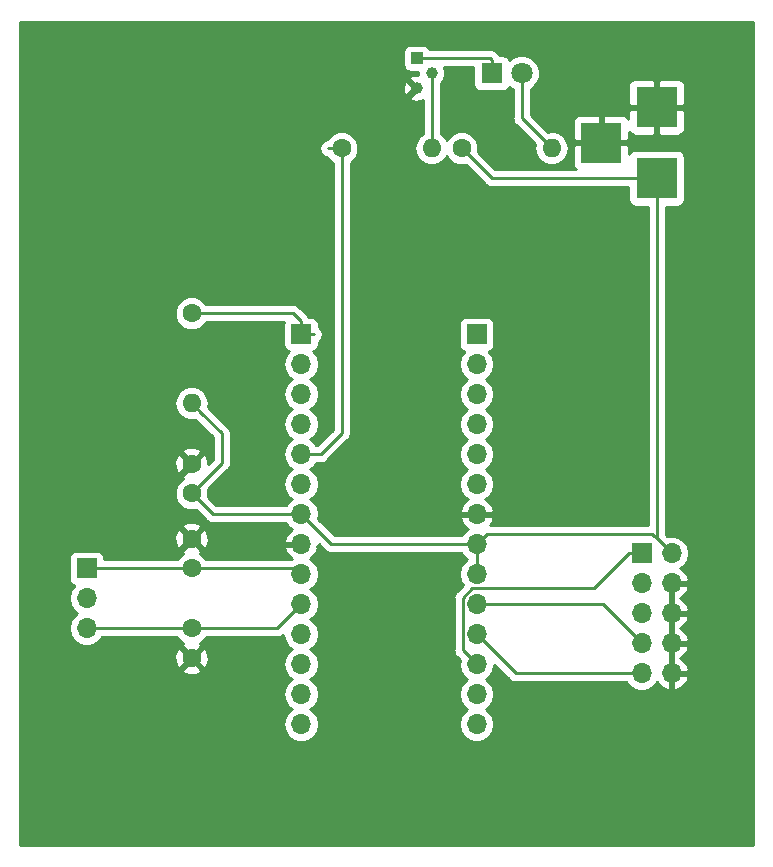
<source format=gbr>
G04 #@! TF.GenerationSoftware,KiCad,Pcbnew,(5.0.2)-1*
G04 #@! TF.CreationDate,2019-04-07T19:54:09+02:00*
G04 #@! TF.ProjectId,dip28_zif_programmer,64697032-385f-47a6-9966-5f70726f6772,rev?*
G04 #@! TF.SameCoordinates,Original*
G04 #@! TF.FileFunction,Copper,L1,Top*
G04 #@! TF.FilePolarity,Positive*
%FSLAX46Y46*%
G04 Gerber Fmt 4.6, Leading zero omitted, Abs format (unit mm)*
G04 Created by KiCad (PCBNEW (5.0.2)-1) date 07/04/2019 19:54:09*
%MOMM*%
%LPD*%
G01*
G04 APERTURE LIST*
G04 #@! TA.AperFunction,ComponentPad*
%ADD10O,1.700000X1.700000*%
G04 #@! TD*
G04 #@! TA.AperFunction,ComponentPad*
%ADD11R,1.700000X1.700000*%
G04 #@! TD*
G04 #@! TA.AperFunction,ComponentPad*
%ADD12O,1.600000X1.600000*%
G04 #@! TD*
G04 #@! TA.AperFunction,ComponentPad*
%ADD13C,1.600000*%
G04 #@! TD*
G04 #@! TA.AperFunction,ComponentPad*
%ADD14C,1.800000*%
G04 #@! TD*
G04 #@! TA.AperFunction,ComponentPad*
%ADD15R,1.800000X1.800000*%
G04 #@! TD*
G04 #@! TA.AperFunction,ComponentPad*
%ADD16R,3.500000X3.500000*%
G04 #@! TD*
G04 #@! TA.AperFunction,ComponentPad*
%ADD17R,1.000000X1.000000*%
G04 #@! TD*
G04 #@! TA.AperFunction,ComponentPad*
%ADD18C,1.000000*%
G04 #@! TD*
G04 #@! TA.AperFunction,Conductor*
%ADD19C,0.250000*%
G04 #@! TD*
G04 #@! TA.AperFunction,Conductor*
%ADD20C,0.254000*%
G04 #@! TD*
G04 APERTURE END LIST*
D10*
G04 #@! TO.P,J5,14*
G04 #@! TO.N,Net-(J5-Pad14)*
X157480000Y-112268000D03*
G04 #@! TO.P,J5,13*
G04 #@! TO.N,Net-(J5-Pad13)*
X157480000Y-109728000D03*
G04 #@! TO.P,J5,12*
G04 #@! TO.N,MOSI*
X157480000Y-107188000D03*
G04 #@! TO.P,J5,11*
G04 #@! TO.N,MISO*
X157480000Y-104648000D03*
G04 #@! TO.P,J5,10*
G04 #@! TO.N,SCK*
X157480000Y-102108000D03*
G04 #@! TO.P,J5,9*
G04 #@! TO.N,VCC*
X157480000Y-99568000D03*
G04 #@! TO.P,J5,8*
X157480000Y-97028000D03*
G04 #@! TO.P,J5,7*
G04 #@! TO.N,GND*
X157480000Y-94488000D03*
G04 #@! TO.P,J5,6*
G04 #@! TO.N,Net-(J5-Pad6)*
X157480000Y-91948000D03*
G04 #@! TO.P,J5,5*
G04 #@! TO.N,Net-(J5-Pad5)*
X157480000Y-89408000D03*
G04 #@! TO.P,J5,4*
G04 #@! TO.N,Net-(J5-Pad4)*
X157480000Y-86868000D03*
G04 #@! TO.P,J5,3*
G04 #@! TO.N,Net-(J5-Pad3)*
X157480000Y-84328000D03*
G04 #@! TO.P,J5,2*
G04 #@! TO.N,Net-(J5-Pad2)*
X157480000Y-81788000D03*
D11*
G04 #@! TO.P,J5,1*
G04 #@! TO.N,Net-(J5-Pad1)*
X157480000Y-79248000D03*
G04 #@! TD*
D12*
G04 #@! TO.P,R1,2*
G04 #@! TO.N,VCC*
X133350000Y-85090000D03*
D13*
G04 #@! TO.P,R1,1*
G04 #@! TO.N,RST*
X133350000Y-77470000D03*
G04 #@! TD*
G04 #@! TO.P,C1,2*
G04 #@! TO.N,GND*
X133350000Y-90210000D03*
G04 #@! TO.P,C1,1*
G04 #@! TO.N,VCC*
X133350000Y-92710000D03*
G04 #@! TD*
G04 #@! TO.P,C2,1*
G04 #@! TO.N,XTAL2*
X133350000Y-104140000D03*
G04 #@! TO.P,C2,2*
G04 #@! TO.N,GND*
X133350000Y-106640000D03*
G04 #@! TD*
G04 #@! TO.P,C3,2*
G04 #@! TO.N,GND*
X133350000Y-96560000D03*
G04 #@! TO.P,C3,1*
G04 #@! TO.N,XTAL1*
X133350000Y-99060000D03*
G04 #@! TD*
D14*
G04 #@! TO.P,D1,2*
G04 #@! TO.N,Net-(D1-Pad2)*
X161290000Y-57150000D03*
D15*
G04 #@! TO.P,D1,1*
G04 #@! TO.N,Net-(D1-Pad1)*
X158750000Y-57150000D03*
G04 #@! TD*
D10*
G04 #@! TO.P,J1,10*
G04 #@! TO.N,GND*
X173990000Y-107950000D03*
G04 #@! TO.P,J1,9*
G04 #@! TO.N,MISO*
X171450000Y-107950000D03*
G04 #@! TO.P,J1,8*
G04 #@! TO.N,GND*
X173990000Y-105410000D03*
G04 #@! TO.P,J1,7*
G04 #@! TO.N,SCK*
X171450000Y-105410000D03*
G04 #@! TO.P,J1,6*
G04 #@! TO.N,GND*
X173990000Y-102870000D03*
G04 #@! TO.P,J1,5*
G04 #@! TO.N,RST*
X171450000Y-102870000D03*
G04 #@! TO.P,J1,4*
G04 #@! TO.N,GND*
X173990000Y-100330000D03*
G04 #@! TO.P,J1,3*
G04 #@! TO.N,Net-(J1-Pad3)*
X171450000Y-100330000D03*
G04 #@! TO.P,J1,2*
G04 #@! TO.N,VCC*
X173990000Y-97790000D03*
D11*
G04 #@! TO.P,J1,1*
G04 #@! TO.N,MOSI*
X171450000Y-97790000D03*
G04 #@! TD*
D16*
G04 #@! TO.P,J2,3*
G04 #@! TO.N,GND*
X168020000Y-63040000D03*
G04 #@! TO.P,J2,2*
X172720000Y-60040000D03*
G04 #@! TO.P,J2,1*
G04 #@! TO.N,VCC*
X172720000Y-66040000D03*
G04 #@! TD*
D11*
G04 #@! TO.P,J3,1*
G04 #@! TO.N,RST*
X142621000Y-79248000D03*
D10*
G04 #@! TO.P,J3,2*
G04 #@! TO.N,Net-(J3-Pad2)*
X142621000Y-81788000D03*
G04 #@! TO.P,J3,3*
G04 #@! TO.N,Net-(J3-Pad3)*
X142621000Y-84328000D03*
G04 #@! TO.P,J3,4*
G04 #@! TO.N,Net-(J3-Pad4)*
X142621000Y-86868000D03*
G04 #@! TO.P,J3,5*
G04 #@! TO.N,LED*
X142621000Y-89408000D03*
G04 #@! TO.P,J3,6*
G04 #@! TO.N,Net-(J3-Pad6)*
X142621000Y-91948000D03*
G04 #@! TO.P,J3,7*
G04 #@! TO.N,VCC*
X142621000Y-94488000D03*
G04 #@! TO.P,J3,8*
G04 #@! TO.N,GND*
X142621000Y-97028000D03*
G04 #@! TO.P,J3,9*
G04 #@! TO.N,XTAL1*
X142621000Y-99568000D03*
G04 #@! TO.P,J3,10*
G04 #@! TO.N,XTAL2*
X142621000Y-102108000D03*
G04 #@! TO.P,J3,11*
G04 #@! TO.N,Net-(J3-Pad11)*
X142621000Y-104648000D03*
G04 #@! TO.P,J3,12*
G04 #@! TO.N,Net-(J3-Pad12)*
X142621000Y-107188000D03*
G04 #@! TO.P,J3,13*
G04 #@! TO.N,Net-(J3-Pad13)*
X142621000Y-109728000D03*
G04 #@! TO.P,J3,14*
G04 #@! TO.N,Net-(J3-Pad14)*
X142621000Y-112268000D03*
G04 #@! TD*
D11*
G04 #@! TO.P,J4,1*
G04 #@! TO.N,XTAL1*
X124460000Y-99060000D03*
D10*
G04 #@! TO.P,J4,2*
G04 #@! TO.N,Net-(J4-Pad2)*
X124460000Y-101600000D03*
G04 #@! TO.P,J4,3*
G04 #@! TO.N,XTAL2*
X124460000Y-104140000D03*
G04 #@! TD*
D13*
G04 #@! TO.P,R2,1*
G04 #@! TO.N,LED*
X146050000Y-63500000D03*
D12*
G04 #@! TO.P,R2,2*
G04 #@! TO.N,Net-(Q1-Pad2)*
X153670000Y-63500000D03*
G04 #@! TD*
G04 #@! TO.P,R3,2*
G04 #@! TO.N,Net-(D1-Pad2)*
X163830000Y-63500000D03*
D13*
G04 #@! TO.P,R3,1*
G04 #@! TO.N,VCC*
X156210000Y-63500000D03*
G04 #@! TD*
D17*
G04 #@! TO.P,Q1,1*
G04 #@! TO.N,Net-(D1-Pad1)*
X152400000Y-55880000D03*
D18*
G04 #@! TO.P,Q1,3*
G04 #@! TO.N,GND*
X152400000Y-58420000D03*
G04 #@! TO.P,Q1,2*
G04 #@! TO.N,Net-(Q1-Pad2)*
X153670000Y-57150000D03*
G04 #@! TD*
D19*
G04 #@! TO.N,VCC*
X158750000Y-66040000D02*
X156210000Y-63500000D01*
X172720000Y-66040000D02*
X158750000Y-66040000D01*
X135128000Y-94488000D02*
X133350000Y-92710000D01*
X142621000Y-94488000D02*
X135128000Y-94488000D01*
X157480000Y-97028000D02*
X157480000Y-99568000D01*
X173990000Y-67310000D02*
X172720000Y-66040000D01*
X158329999Y-96178001D02*
X157480000Y-97028000D01*
X145161000Y-97028000D02*
X142621000Y-94488000D01*
X157480000Y-97028000D02*
X145161000Y-97028000D01*
X134149999Y-85889999D02*
X133350000Y-85090000D01*
X135890000Y-87630000D02*
X134149999Y-85889999D01*
X135890000Y-90170000D02*
X135890000Y-87630000D01*
X133350000Y-92710000D02*
X135890000Y-90170000D01*
X172720000Y-96520000D02*
X173990000Y-97790000D01*
X173990000Y-97790000D02*
X172378001Y-96178001D01*
X172378001Y-96178001D02*
X158329999Y-96178001D01*
X172720000Y-66040000D02*
X172720000Y-96520000D01*
G04 #@! TO.N,XTAL2*
X140589000Y-104140000D02*
X142621000Y-102108000D01*
X133350000Y-104140000D02*
X140589000Y-104140000D01*
X124460000Y-104140000D02*
X133350000Y-104140000D01*
G04 #@! TO.N,XTAL1*
X142113000Y-99060000D02*
X142621000Y-99568000D01*
X133350000Y-99060000D02*
X142113000Y-99060000D01*
X124460000Y-99060000D02*
X133350000Y-99060000D01*
G04 #@! TO.N,Net-(D1-Pad2)*
X161290000Y-60960000D02*
X163830000Y-63500000D01*
X161290000Y-57150000D02*
X161290000Y-60960000D01*
G04 #@! TO.N,Net-(D1-Pad1)*
X158750000Y-56000000D02*
X158750000Y-57150000D01*
X158630000Y-55880000D02*
X158750000Y-56000000D01*
X152400000Y-55880000D02*
X158630000Y-55880000D01*
G04 #@! TO.N,MISO*
X160782000Y-107950000D02*
X157480000Y-104648000D01*
X171450000Y-107950000D02*
X160782000Y-107950000D01*
G04 #@! TO.N,SCK*
X157480000Y-102108000D02*
X168148000Y-102108000D01*
X168148000Y-102108000D02*
X171450000Y-105410000D01*
G04 #@! TO.N,RST*
X143721000Y-79248000D02*
X142621000Y-79248000D01*
X142621000Y-78148000D02*
X142621000Y-79248000D01*
X141943000Y-77470000D02*
X142621000Y-78148000D01*
X133350000Y-77470000D02*
X141943000Y-77470000D01*
G04 #@! TO.N,MOSI*
X170350000Y-97790000D02*
X171450000Y-97790000D01*
X157480000Y-107188000D02*
X156304999Y-106012999D01*
X156304999Y-106012999D02*
X156304999Y-101543999D01*
X156304999Y-101543999D02*
X157105997Y-100743001D01*
X157105997Y-100743001D02*
X167396999Y-100743001D01*
X167396999Y-100743001D02*
X170350000Y-97790000D01*
G04 #@! TO.N,LED*
X146050000Y-63500000D02*
X144918630Y-63500000D01*
X142621000Y-89408000D02*
X144272000Y-89408000D01*
X146050000Y-87630000D02*
X146050000Y-63500000D01*
X144272000Y-89408000D02*
X146050000Y-87630000D01*
G04 #@! TO.N,Net-(Q1-Pad2)*
X153670000Y-63500000D02*
X153670000Y-57150000D01*
G04 #@! TD*
D20*
G04 #@! TO.N,GND*
G36*
X180900000Y-122480000D02*
X118820000Y-122480000D01*
X118820000Y-107647745D01*
X132521861Y-107647745D01*
X132595995Y-107893864D01*
X133133223Y-108086965D01*
X133703454Y-108059778D01*
X134104005Y-107893864D01*
X134178139Y-107647745D01*
X133350000Y-106819605D01*
X132521861Y-107647745D01*
X118820000Y-107647745D01*
X118820000Y-106423223D01*
X131903035Y-106423223D01*
X131930222Y-106993454D01*
X132096136Y-107394005D01*
X132342255Y-107468139D01*
X133170395Y-106640000D01*
X133529605Y-106640000D01*
X134357745Y-107468139D01*
X134603864Y-107394005D01*
X134796965Y-106856777D01*
X134769778Y-106286546D01*
X134603864Y-105885995D01*
X134357745Y-105811861D01*
X133529605Y-106640000D01*
X133170395Y-106640000D01*
X132342255Y-105811861D01*
X132096136Y-105885995D01*
X131903035Y-106423223D01*
X118820000Y-106423223D01*
X118820000Y-101600000D01*
X122945908Y-101600000D01*
X123061161Y-102179418D01*
X123389375Y-102670625D01*
X123687761Y-102870000D01*
X123389375Y-103069375D01*
X123061161Y-103560582D01*
X122945908Y-104140000D01*
X123061161Y-104719418D01*
X123389375Y-105210625D01*
X123880582Y-105538839D01*
X124313744Y-105625000D01*
X124606256Y-105625000D01*
X125039418Y-105538839D01*
X125530625Y-105210625D01*
X125738178Y-104900000D01*
X132111570Y-104900000D01*
X132133466Y-104952862D01*
X132537138Y-105356534D01*
X132602299Y-105383525D01*
X132595995Y-105386136D01*
X132521861Y-105632255D01*
X133350000Y-106460395D01*
X134178139Y-105632255D01*
X134104005Y-105386136D01*
X134097254Y-105383710D01*
X134162862Y-105356534D01*
X134566534Y-104952862D01*
X134588430Y-104900000D01*
X140514153Y-104900000D01*
X140589000Y-104914888D01*
X140663847Y-104900000D01*
X140663852Y-104900000D01*
X140885537Y-104855904D01*
X141117441Y-104700951D01*
X141222161Y-105227418D01*
X141550375Y-105718625D01*
X141848761Y-105918000D01*
X141550375Y-106117375D01*
X141222161Y-106608582D01*
X141106908Y-107188000D01*
X141222161Y-107767418D01*
X141550375Y-108258625D01*
X141848761Y-108458000D01*
X141550375Y-108657375D01*
X141222161Y-109148582D01*
X141106908Y-109728000D01*
X141222161Y-110307418D01*
X141550375Y-110798625D01*
X141848761Y-110998000D01*
X141550375Y-111197375D01*
X141222161Y-111688582D01*
X141106908Y-112268000D01*
X141222161Y-112847418D01*
X141550375Y-113338625D01*
X142041582Y-113666839D01*
X142474744Y-113753000D01*
X142767256Y-113753000D01*
X143200418Y-113666839D01*
X143691625Y-113338625D01*
X144019839Y-112847418D01*
X144135092Y-112268000D01*
X144019839Y-111688582D01*
X143691625Y-111197375D01*
X143393239Y-110998000D01*
X143691625Y-110798625D01*
X144019839Y-110307418D01*
X144135092Y-109728000D01*
X144019839Y-109148582D01*
X143691625Y-108657375D01*
X143393239Y-108458000D01*
X143691625Y-108258625D01*
X144019839Y-107767418D01*
X144135092Y-107188000D01*
X144019839Y-106608582D01*
X143691625Y-106117375D01*
X143393239Y-105918000D01*
X143691625Y-105718625D01*
X144019839Y-105227418D01*
X144135092Y-104648000D01*
X144019839Y-104068582D01*
X143691625Y-103577375D01*
X143393239Y-103378000D01*
X143691625Y-103178625D01*
X144019839Y-102687418D01*
X144135092Y-102108000D01*
X144019839Y-101528582D01*
X143691625Y-101037375D01*
X143393239Y-100838000D01*
X143691625Y-100638625D01*
X144019839Y-100147418D01*
X144135092Y-99568000D01*
X144019839Y-98988582D01*
X143691625Y-98497375D01*
X143372522Y-98284157D01*
X143502358Y-98223183D01*
X143892645Y-97794924D01*
X144062476Y-97384890D01*
X143941156Y-97155002D01*
X144106000Y-97155002D01*
X144106000Y-97047802D01*
X144570673Y-97512476D01*
X144613071Y-97575929D01*
X144676524Y-97618327D01*
X144676526Y-97618329D01*
X144801902Y-97702102D01*
X144864463Y-97743904D01*
X145086148Y-97788000D01*
X145086152Y-97788000D01*
X145160999Y-97802888D01*
X145235846Y-97788000D01*
X156201822Y-97788000D01*
X156409375Y-98098625D01*
X156707761Y-98298000D01*
X156409375Y-98497375D01*
X156081161Y-98988582D01*
X155965908Y-99568000D01*
X156081161Y-100147418D01*
X156299705Y-100474492D01*
X155820527Y-100953670D01*
X155757071Y-100996070D01*
X155714671Y-101059526D01*
X155714670Y-101059527D01*
X155589096Y-101247462D01*
X155530111Y-101543999D01*
X155545000Y-101618851D01*
X155544999Y-105938152D01*
X155530111Y-106012999D01*
X155544999Y-106087846D01*
X155544999Y-106087850D01*
X155589095Y-106309535D01*
X155757070Y-106560928D01*
X155820529Y-106603330D01*
X156038791Y-106821592D01*
X155965908Y-107188000D01*
X156081161Y-107767418D01*
X156409375Y-108258625D01*
X156707761Y-108458000D01*
X156409375Y-108657375D01*
X156081161Y-109148582D01*
X155965908Y-109728000D01*
X156081161Y-110307418D01*
X156409375Y-110798625D01*
X156707761Y-110998000D01*
X156409375Y-111197375D01*
X156081161Y-111688582D01*
X155965908Y-112268000D01*
X156081161Y-112847418D01*
X156409375Y-113338625D01*
X156900582Y-113666839D01*
X157333744Y-113753000D01*
X157626256Y-113753000D01*
X158059418Y-113666839D01*
X158550625Y-113338625D01*
X158878839Y-112847418D01*
X158994092Y-112268000D01*
X158878839Y-111688582D01*
X158550625Y-111197375D01*
X158252239Y-110998000D01*
X158550625Y-110798625D01*
X158878839Y-110307418D01*
X158994092Y-109728000D01*
X158878839Y-109148582D01*
X158550625Y-108657375D01*
X158252239Y-108458000D01*
X158550625Y-108258625D01*
X158878839Y-107767418D01*
X158985980Y-107228782D01*
X160191671Y-108434473D01*
X160234071Y-108497929D01*
X160485463Y-108665904D01*
X160707148Y-108710000D01*
X160707152Y-108710000D01*
X160781999Y-108724888D01*
X160856846Y-108710000D01*
X170171822Y-108710000D01*
X170379375Y-109020625D01*
X170870582Y-109348839D01*
X171303744Y-109435000D01*
X171596256Y-109435000D01*
X172029418Y-109348839D01*
X172520625Y-109020625D01*
X172721353Y-108720214D01*
X173108642Y-109145183D01*
X173633108Y-109391486D01*
X173863000Y-109270819D01*
X173863000Y-108077000D01*
X174117000Y-108077000D01*
X174117000Y-109270819D01*
X174346892Y-109391486D01*
X174871358Y-109145183D01*
X175261645Y-108716924D01*
X175431476Y-108306890D01*
X175310155Y-108077000D01*
X174117000Y-108077000D01*
X173863000Y-108077000D01*
X173843000Y-108077000D01*
X173843000Y-107823000D01*
X173863000Y-107823000D01*
X173863000Y-105537000D01*
X174117000Y-105537000D01*
X174117000Y-107823000D01*
X175310155Y-107823000D01*
X175431476Y-107593110D01*
X175261645Y-107183076D01*
X174871358Y-106754817D01*
X174712046Y-106680000D01*
X174871358Y-106605183D01*
X175261645Y-106176924D01*
X175431476Y-105766890D01*
X175310155Y-105537000D01*
X174117000Y-105537000D01*
X173863000Y-105537000D01*
X173843000Y-105537000D01*
X173843000Y-105283000D01*
X173863000Y-105283000D01*
X173863000Y-102997000D01*
X174117000Y-102997000D01*
X174117000Y-105283000D01*
X175310155Y-105283000D01*
X175431476Y-105053110D01*
X175261645Y-104643076D01*
X174871358Y-104214817D01*
X174712046Y-104140000D01*
X174871358Y-104065183D01*
X175261645Y-103636924D01*
X175431476Y-103226890D01*
X175310155Y-102997000D01*
X174117000Y-102997000D01*
X173863000Y-102997000D01*
X173843000Y-102997000D01*
X173843000Y-102743000D01*
X173863000Y-102743000D01*
X173863000Y-100457000D01*
X174117000Y-100457000D01*
X174117000Y-102743000D01*
X175310155Y-102743000D01*
X175431476Y-102513110D01*
X175261645Y-102103076D01*
X174871358Y-101674817D01*
X174712046Y-101600000D01*
X174871358Y-101525183D01*
X175261645Y-101096924D01*
X175431476Y-100686890D01*
X175310155Y-100457000D01*
X174117000Y-100457000D01*
X173863000Y-100457000D01*
X173843000Y-100457000D01*
X173843000Y-100203000D01*
X173863000Y-100203000D01*
X173863000Y-100183000D01*
X174117000Y-100183000D01*
X174117000Y-100203000D01*
X175310155Y-100203000D01*
X175431476Y-99973110D01*
X175261645Y-99563076D01*
X174871358Y-99134817D01*
X174741522Y-99073843D01*
X175060625Y-98860625D01*
X175388839Y-98369418D01*
X175504092Y-97790000D01*
X175388839Y-97210582D01*
X175060625Y-96719375D01*
X174569418Y-96391161D01*
X174136256Y-96305000D01*
X173843744Y-96305000D01*
X173623592Y-96348791D01*
X173480000Y-96205199D01*
X173480000Y-68437440D01*
X174470000Y-68437440D01*
X174717765Y-68388157D01*
X174927809Y-68247809D01*
X175068157Y-68037765D01*
X175117440Y-67790000D01*
X175117440Y-64290000D01*
X175068157Y-64042235D01*
X174927809Y-63832191D01*
X174717765Y-63691843D01*
X174470000Y-63642560D01*
X170970000Y-63642560D01*
X170722235Y-63691843D01*
X170512191Y-63832191D01*
X170405000Y-63992612D01*
X170405000Y-63325750D01*
X170246250Y-63167000D01*
X168147000Y-63167000D01*
X168147000Y-63187000D01*
X167893000Y-63187000D01*
X167893000Y-63167000D01*
X165793750Y-63167000D01*
X165635000Y-63325750D01*
X165635000Y-64916309D01*
X165731673Y-65149698D01*
X165861974Y-65280000D01*
X159064803Y-65280000D01*
X157623103Y-63838302D01*
X157645000Y-63785439D01*
X157645000Y-63214561D01*
X157426534Y-62687138D01*
X157022862Y-62283466D01*
X156495439Y-62065000D01*
X155924561Y-62065000D01*
X155397138Y-62283466D01*
X154993466Y-62687138D01*
X154939606Y-62817168D01*
X154704577Y-62465423D01*
X154430000Y-62281957D01*
X154430000Y-57995133D01*
X154632207Y-57792926D01*
X154805000Y-57375766D01*
X154805000Y-56924234D01*
X154687267Y-56640000D01*
X157202560Y-56640000D01*
X157202560Y-58050000D01*
X157251843Y-58297765D01*
X157392191Y-58507809D01*
X157602235Y-58648157D01*
X157850000Y-58697440D01*
X159650000Y-58697440D01*
X159897765Y-58648157D01*
X160107809Y-58507809D01*
X160248157Y-58297765D01*
X160251275Y-58282092D01*
X160420493Y-58451310D01*
X160530000Y-58496669D01*
X160530001Y-60885148D01*
X160515112Y-60960000D01*
X160530001Y-61034852D01*
X160574097Y-61256537D01*
X160742072Y-61507929D01*
X160805528Y-61550329D01*
X162431312Y-63176114D01*
X162366887Y-63500000D01*
X162478260Y-64059909D01*
X162795423Y-64534577D01*
X163270091Y-64851740D01*
X163688667Y-64935000D01*
X163971333Y-64935000D01*
X164389909Y-64851740D01*
X164864577Y-64534577D01*
X165181740Y-64059909D01*
X165293113Y-63500000D01*
X165181740Y-62940091D01*
X164864577Y-62465423D01*
X164389909Y-62148260D01*
X163971333Y-62065000D01*
X163688667Y-62065000D01*
X163506114Y-62101312D01*
X162568493Y-61163691D01*
X165635000Y-61163691D01*
X165635000Y-62754250D01*
X165793750Y-62913000D01*
X167893000Y-62913000D01*
X167893000Y-60813750D01*
X168147000Y-60813750D01*
X168147000Y-62913000D01*
X170246250Y-62913000D01*
X170405000Y-62754250D01*
X170405000Y-62085304D01*
X170431673Y-62149698D01*
X170610301Y-62328327D01*
X170843690Y-62425000D01*
X172434250Y-62425000D01*
X172593000Y-62266250D01*
X172593000Y-60167000D01*
X172847000Y-60167000D01*
X172847000Y-62266250D01*
X173005750Y-62425000D01*
X174596310Y-62425000D01*
X174829699Y-62328327D01*
X175008327Y-62149698D01*
X175105000Y-61916309D01*
X175105000Y-60325750D01*
X174946250Y-60167000D01*
X172847000Y-60167000D01*
X172593000Y-60167000D01*
X170493750Y-60167000D01*
X170335000Y-60325750D01*
X170335000Y-60994696D01*
X170308327Y-60930302D01*
X170129699Y-60751673D01*
X169896310Y-60655000D01*
X168305750Y-60655000D01*
X168147000Y-60813750D01*
X167893000Y-60813750D01*
X167734250Y-60655000D01*
X166143690Y-60655000D01*
X165910301Y-60751673D01*
X165731673Y-60930302D01*
X165635000Y-61163691D01*
X162568493Y-61163691D01*
X162050000Y-60645199D01*
X162050000Y-58496669D01*
X162159507Y-58451310D01*
X162447126Y-58163691D01*
X170335000Y-58163691D01*
X170335000Y-59754250D01*
X170493750Y-59913000D01*
X172593000Y-59913000D01*
X172593000Y-57813750D01*
X172847000Y-57813750D01*
X172847000Y-59913000D01*
X174946250Y-59913000D01*
X175105000Y-59754250D01*
X175105000Y-58163691D01*
X175008327Y-57930302D01*
X174829699Y-57751673D01*
X174596310Y-57655000D01*
X173005750Y-57655000D01*
X172847000Y-57813750D01*
X172593000Y-57813750D01*
X172434250Y-57655000D01*
X170843690Y-57655000D01*
X170610301Y-57751673D01*
X170431673Y-57930302D01*
X170335000Y-58163691D01*
X162447126Y-58163691D01*
X162591310Y-58019507D01*
X162825000Y-57455330D01*
X162825000Y-56844670D01*
X162591310Y-56280493D01*
X162159507Y-55848690D01*
X161595330Y-55615000D01*
X160984670Y-55615000D01*
X160420493Y-55848690D01*
X160251275Y-56017908D01*
X160248157Y-56002235D01*
X160107809Y-55792191D01*
X159897765Y-55651843D01*
X159650000Y-55602560D01*
X159398483Y-55602560D01*
X159297929Y-55452071D01*
X159234470Y-55409669D01*
X159220331Y-55395530D01*
X159177929Y-55332071D01*
X158926537Y-55164096D01*
X158704852Y-55120000D01*
X158704847Y-55120000D01*
X158630000Y-55105112D01*
X158555153Y-55120000D01*
X153489982Y-55120000D01*
X153357809Y-54922191D01*
X153147765Y-54781843D01*
X152900000Y-54732560D01*
X151900000Y-54732560D01*
X151652235Y-54781843D01*
X151442191Y-54922191D01*
X151301843Y-55132235D01*
X151252560Y-55380000D01*
X151252560Y-56380000D01*
X151301843Y-56627765D01*
X151442191Y-56837809D01*
X151652235Y-56978157D01*
X151900000Y-57027440D01*
X152535000Y-57027440D01*
X152535000Y-57272598D01*
X152094625Y-57303783D01*
X151826648Y-57414783D01*
X151789501Y-57629896D01*
X152400000Y-58240395D01*
X152414143Y-58226253D01*
X152593748Y-58405858D01*
X152579605Y-58420000D01*
X152593748Y-58434143D01*
X152414143Y-58613748D01*
X152400000Y-58599605D01*
X151789501Y-59210104D01*
X151826648Y-59425217D01*
X152254972Y-59568112D01*
X152705375Y-59536217D01*
X152910001Y-59451458D01*
X152910000Y-62281956D01*
X152635423Y-62465423D01*
X152318260Y-62940091D01*
X152206887Y-63500000D01*
X152318260Y-64059909D01*
X152635423Y-64534577D01*
X153110091Y-64851740D01*
X153528667Y-64935000D01*
X153811333Y-64935000D01*
X154229909Y-64851740D01*
X154704577Y-64534577D01*
X154939606Y-64182832D01*
X154993466Y-64312862D01*
X155397138Y-64716534D01*
X155924561Y-64935000D01*
X156495439Y-64935000D01*
X156548302Y-64913103D01*
X158159673Y-66524476D01*
X158202071Y-66587929D01*
X158265524Y-66630327D01*
X158265526Y-66630329D01*
X158390902Y-66714102D01*
X158453463Y-66755904D01*
X158675148Y-66800000D01*
X158675152Y-66800000D01*
X158749999Y-66814888D01*
X158824846Y-66800000D01*
X170322560Y-66800000D01*
X170322560Y-67790000D01*
X170371843Y-68037765D01*
X170512191Y-68247809D01*
X170722235Y-68388157D01*
X170970000Y-68437440D01*
X171960000Y-68437440D01*
X171960001Y-95418001D01*
X158603027Y-95418001D01*
X158751645Y-95254924D01*
X158921476Y-94844890D01*
X158800155Y-94615000D01*
X157607000Y-94615000D01*
X157607000Y-94635000D01*
X157353000Y-94635000D01*
X157353000Y-94615000D01*
X156159845Y-94615000D01*
X156038524Y-94844890D01*
X156208355Y-95254924D01*
X156598642Y-95683183D01*
X156728478Y-95744157D01*
X156409375Y-95957375D01*
X156201822Y-96268000D01*
X145475803Y-96268000D01*
X144062209Y-94854408D01*
X144135092Y-94488000D01*
X144019839Y-93908582D01*
X143691625Y-93417375D01*
X143393239Y-93218000D01*
X143691625Y-93018625D01*
X144019839Y-92527418D01*
X144135092Y-91948000D01*
X144019839Y-91368582D01*
X143691625Y-90877375D01*
X143393239Y-90678000D01*
X143691625Y-90478625D01*
X143899178Y-90168000D01*
X144197153Y-90168000D01*
X144272000Y-90182888D01*
X144346847Y-90168000D01*
X144346852Y-90168000D01*
X144568537Y-90123904D01*
X144819929Y-89955929D01*
X144862331Y-89892470D01*
X146534473Y-88220329D01*
X146597929Y-88177929D01*
X146640924Y-88113582D01*
X146765904Y-87926538D01*
X146775480Y-87878395D01*
X146810000Y-87704852D01*
X146810000Y-87704848D01*
X146824888Y-87630000D01*
X146810000Y-87555152D01*
X146810000Y-81788000D01*
X155965908Y-81788000D01*
X156081161Y-82367418D01*
X156409375Y-82858625D01*
X156707761Y-83058000D01*
X156409375Y-83257375D01*
X156081161Y-83748582D01*
X155965908Y-84328000D01*
X156081161Y-84907418D01*
X156409375Y-85398625D01*
X156707761Y-85598000D01*
X156409375Y-85797375D01*
X156081161Y-86288582D01*
X155965908Y-86868000D01*
X156081161Y-87447418D01*
X156409375Y-87938625D01*
X156707761Y-88138000D01*
X156409375Y-88337375D01*
X156081161Y-88828582D01*
X155965908Y-89408000D01*
X156081161Y-89987418D01*
X156409375Y-90478625D01*
X156707761Y-90678000D01*
X156409375Y-90877375D01*
X156081161Y-91368582D01*
X155965908Y-91948000D01*
X156081161Y-92527418D01*
X156409375Y-93018625D01*
X156728478Y-93231843D01*
X156598642Y-93292817D01*
X156208355Y-93721076D01*
X156038524Y-94131110D01*
X156159845Y-94361000D01*
X157353000Y-94361000D01*
X157353000Y-94341000D01*
X157607000Y-94341000D01*
X157607000Y-94361000D01*
X158800155Y-94361000D01*
X158921476Y-94131110D01*
X158751645Y-93721076D01*
X158361358Y-93292817D01*
X158231522Y-93231843D01*
X158550625Y-93018625D01*
X158878839Y-92527418D01*
X158994092Y-91948000D01*
X158878839Y-91368582D01*
X158550625Y-90877375D01*
X158252239Y-90678000D01*
X158550625Y-90478625D01*
X158878839Y-89987418D01*
X158994092Y-89408000D01*
X158878839Y-88828582D01*
X158550625Y-88337375D01*
X158252239Y-88138000D01*
X158550625Y-87938625D01*
X158878839Y-87447418D01*
X158994092Y-86868000D01*
X158878839Y-86288582D01*
X158550625Y-85797375D01*
X158252239Y-85598000D01*
X158550625Y-85398625D01*
X158878839Y-84907418D01*
X158994092Y-84328000D01*
X158878839Y-83748582D01*
X158550625Y-83257375D01*
X158252239Y-83058000D01*
X158550625Y-82858625D01*
X158878839Y-82367418D01*
X158994092Y-81788000D01*
X158878839Y-81208582D01*
X158550625Y-80717375D01*
X158532381Y-80705184D01*
X158577765Y-80696157D01*
X158787809Y-80555809D01*
X158928157Y-80345765D01*
X158977440Y-80098000D01*
X158977440Y-78398000D01*
X158928157Y-78150235D01*
X158787809Y-77940191D01*
X158577765Y-77799843D01*
X158330000Y-77750560D01*
X156630000Y-77750560D01*
X156382235Y-77799843D01*
X156172191Y-77940191D01*
X156031843Y-78150235D01*
X155982560Y-78398000D01*
X155982560Y-80098000D01*
X156031843Y-80345765D01*
X156172191Y-80555809D01*
X156382235Y-80696157D01*
X156427619Y-80705184D01*
X156409375Y-80717375D01*
X156081161Y-81208582D01*
X155965908Y-81788000D01*
X146810000Y-81788000D01*
X146810000Y-64738430D01*
X146862862Y-64716534D01*
X147266534Y-64312862D01*
X147485000Y-63785439D01*
X147485000Y-63214561D01*
X147266534Y-62687138D01*
X146862862Y-62283466D01*
X146335439Y-62065000D01*
X145764561Y-62065000D01*
X145237138Y-62283466D01*
X144833466Y-62687138D01*
X144808678Y-62746982D01*
X144622093Y-62784096D01*
X144370701Y-62952071D01*
X144202726Y-63203463D01*
X144143741Y-63500000D01*
X144202726Y-63796537D01*
X144370701Y-64047929D01*
X144622093Y-64215904D01*
X144808678Y-64253018D01*
X144833466Y-64312862D01*
X145237138Y-64716534D01*
X145290001Y-64738431D01*
X145290000Y-87315198D01*
X143957199Y-88648000D01*
X143899178Y-88648000D01*
X143691625Y-88337375D01*
X143393239Y-88138000D01*
X143691625Y-87938625D01*
X144019839Y-87447418D01*
X144135092Y-86868000D01*
X144019839Y-86288582D01*
X143691625Y-85797375D01*
X143393239Y-85598000D01*
X143691625Y-85398625D01*
X144019839Y-84907418D01*
X144135092Y-84328000D01*
X144019839Y-83748582D01*
X143691625Y-83257375D01*
X143393239Y-83058000D01*
X143691625Y-82858625D01*
X144019839Y-82367418D01*
X144135092Y-81788000D01*
X144019839Y-81208582D01*
X143691625Y-80717375D01*
X143673381Y-80705184D01*
X143718765Y-80696157D01*
X143928809Y-80555809D01*
X144069157Y-80345765D01*
X144118440Y-80098000D01*
X144118440Y-79896483D01*
X144268929Y-79795929D01*
X144436904Y-79544537D01*
X144495889Y-79248000D01*
X144436904Y-78951463D01*
X144268929Y-78700071D01*
X144118440Y-78599517D01*
X144118440Y-78398000D01*
X144069157Y-78150235D01*
X143928809Y-77940191D01*
X143718765Y-77799843D01*
X143471000Y-77750560D01*
X143269483Y-77750560D01*
X143211329Y-77663527D01*
X143168929Y-77600071D01*
X143105473Y-77557671D01*
X142533331Y-76985530D01*
X142490929Y-76922071D01*
X142239537Y-76754096D01*
X142017852Y-76710000D01*
X142017847Y-76710000D01*
X141943000Y-76695112D01*
X141868153Y-76710000D01*
X134588430Y-76710000D01*
X134566534Y-76657138D01*
X134162862Y-76253466D01*
X133635439Y-76035000D01*
X133064561Y-76035000D01*
X132537138Y-76253466D01*
X132133466Y-76657138D01*
X131915000Y-77184561D01*
X131915000Y-77755439D01*
X132133466Y-78282862D01*
X132537138Y-78686534D01*
X133064561Y-78905000D01*
X133635439Y-78905000D01*
X134162862Y-78686534D01*
X134566534Y-78282862D01*
X134588430Y-78230000D01*
X141156977Y-78230000D01*
X141123560Y-78398000D01*
X141123560Y-80098000D01*
X141172843Y-80345765D01*
X141313191Y-80555809D01*
X141523235Y-80696157D01*
X141568619Y-80705184D01*
X141550375Y-80717375D01*
X141222161Y-81208582D01*
X141106908Y-81788000D01*
X141222161Y-82367418D01*
X141550375Y-82858625D01*
X141848761Y-83058000D01*
X141550375Y-83257375D01*
X141222161Y-83748582D01*
X141106908Y-84328000D01*
X141222161Y-84907418D01*
X141550375Y-85398625D01*
X141848761Y-85598000D01*
X141550375Y-85797375D01*
X141222161Y-86288582D01*
X141106908Y-86868000D01*
X141222161Y-87447418D01*
X141550375Y-87938625D01*
X141848761Y-88138000D01*
X141550375Y-88337375D01*
X141222161Y-88828582D01*
X141106908Y-89408000D01*
X141222161Y-89987418D01*
X141550375Y-90478625D01*
X141848761Y-90678000D01*
X141550375Y-90877375D01*
X141222161Y-91368582D01*
X141106908Y-91948000D01*
X141222161Y-92527418D01*
X141550375Y-93018625D01*
X141848761Y-93218000D01*
X141550375Y-93417375D01*
X141342822Y-93728000D01*
X135442802Y-93728000D01*
X134763103Y-93048302D01*
X134785000Y-92995439D01*
X134785000Y-92424561D01*
X134763103Y-92371698D01*
X136374476Y-90760327D01*
X136437929Y-90717929D01*
X136480327Y-90654476D01*
X136480329Y-90654474D01*
X136605903Y-90466538D01*
X136605904Y-90466537D01*
X136650000Y-90244852D01*
X136650000Y-90244848D01*
X136664888Y-90170001D01*
X136650000Y-90095154D01*
X136650000Y-87704846D01*
X136664888Y-87629999D01*
X136650000Y-87555152D01*
X136650000Y-87555148D01*
X136605904Y-87333463D01*
X136437929Y-87082071D01*
X136374473Y-87039671D01*
X134748688Y-85413887D01*
X134813113Y-85090000D01*
X134701740Y-84530091D01*
X134384577Y-84055423D01*
X133909909Y-83738260D01*
X133491333Y-83655000D01*
X133208667Y-83655000D01*
X132790091Y-83738260D01*
X132315423Y-84055423D01*
X131998260Y-84530091D01*
X131886887Y-85090000D01*
X131998260Y-85649909D01*
X132315423Y-86124577D01*
X132790091Y-86441740D01*
X133208667Y-86525000D01*
X133491333Y-86525000D01*
X133673887Y-86488688D01*
X135130001Y-87944803D01*
X135130000Y-89855197D01*
X134786109Y-90199088D01*
X134769778Y-89856546D01*
X134603864Y-89455995D01*
X134357745Y-89381861D01*
X133529605Y-90210000D01*
X133543748Y-90224142D01*
X133364142Y-90403748D01*
X133350000Y-90389605D01*
X132521861Y-91217745D01*
X132595995Y-91463864D01*
X132602746Y-91466290D01*
X132537138Y-91493466D01*
X132133466Y-91897138D01*
X131915000Y-92424561D01*
X131915000Y-92995439D01*
X132133466Y-93522862D01*
X132537138Y-93926534D01*
X133064561Y-94145000D01*
X133635439Y-94145000D01*
X133688302Y-94123103D01*
X134537670Y-94972472D01*
X134580071Y-95035929D01*
X134643527Y-95078329D01*
X134831462Y-95203904D01*
X134879605Y-95213480D01*
X135053148Y-95248000D01*
X135053152Y-95248000D01*
X135128000Y-95262888D01*
X135202848Y-95248000D01*
X141342822Y-95248000D01*
X141550375Y-95558625D01*
X141869478Y-95771843D01*
X141739642Y-95832817D01*
X141349355Y-96261076D01*
X141179524Y-96671110D01*
X141300845Y-96901000D01*
X142494000Y-96901000D01*
X142494000Y-96881000D01*
X142748000Y-96881000D01*
X142748000Y-96901000D01*
X142768000Y-96901000D01*
X142768000Y-97155000D01*
X142748000Y-97155000D01*
X142748000Y-97175000D01*
X142494000Y-97175000D01*
X142494000Y-97155000D01*
X141300845Y-97155000D01*
X141179524Y-97384890D01*
X141349355Y-97794924D01*
X141739642Y-98223183D01*
X141869478Y-98284157D01*
X141845768Y-98300000D01*
X134588430Y-98300000D01*
X134566534Y-98247138D01*
X134162862Y-97843466D01*
X134097701Y-97816475D01*
X134104005Y-97813864D01*
X134178139Y-97567745D01*
X133350000Y-96739605D01*
X132521861Y-97567745D01*
X132595995Y-97813864D01*
X132602746Y-97816290D01*
X132537138Y-97843466D01*
X132133466Y-98247138D01*
X132111570Y-98300000D01*
X125957440Y-98300000D01*
X125957440Y-98210000D01*
X125908157Y-97962235D01*
X125767809Y-97752191D01*
X125557765Y-97611843D01*
X125310000Y-97562560D01*
X123610000Y-97562560D01*
X123362235Y-97611843D01*
X123152191Y-97752191D01*
X123011843Y-97962235D01*
X122962560Y-98210000D01*
X122962560Y-99910000D01*
X123011843Y-100157765D01*
X123152191Y-100367809D01*
X123362235Y-100508157D01*
X123407619Y-100517184D01*
X123389375Y-100529375D01*
X123061161Y-101020582D01*
X122945908Y-101600000D01*
X118820000Y-101600000D01*
X118820000Y-96343223D01*
X131903035Y-96343223D01*
X131930222Y-96913454D01*
X132096136Y-97314005D01*
X132342255Y-97388139D01*
X133170395Y-96560000D01*
X133529605Y-96560000D01*
X134357745Y-97388139D01*
X134603864Y-97314005D01*
X134796965Y-96776777D01*
X134769778Y-96206546D01*
X134603864Y-95805995D01*
X134357745Y-95731861D01*
X133529605Y-96560000D01*
X133170395Y-96560000D01*
X132342255Y-95731861D01*
X132096136Y-95805995D01*
X131903035Y-96343223D01*
X118820000Y-96343223D01*
X118820000Y-95552255D01*
X132521861Y-95552255D01*
X133350000Y-96380395D01*
X134178139Y-95552255D01*
X134104005Y-95306136D01*
X133566777Y-95113035D01*
X132996546Y-95140222D01*
X132595995Y-95306136D01*
X132521861Y-95552255D01*
X118820000Y-95552255D01*
X118820000Y-89993223D01*
X131903035Y-89993223D01*
X131930222Y-90563454D01*
X132096136Y-90964005D01*
X132342255Y-91038139D01*
X133170395Y-90210000D01*
X132342255Y-89381861D01*
X132096136Y-89455995D01*
X131903035Y-89993223D01*
X118820000Y-89993223D01*
X118820000Y-89202255D01*
X132521861Y-89202255D01*
X133350000Y-90030395D01*
X134178139Y-89202255D01*
X134104005Y-88956136D01*
X133566777Y-88763035D01*
X132996546Y-88790222D01*
X132595995Y-88956136D01*
X132521861Y-89202255D01*
X118820000Y-89202255D01*
X118820000Y-58274972D01*
X151251888Y-58274972D01*
X151283783Y-58725375D01*
X151394783Y-58993352D01*
X151609896Y-59030499D01*
X152220395Y-58420000D01*
X151609896Y-57809501D01*
X151394783Y-57846648D01*
X151251888Y-58274972D01*
X118820000Y-58274972D01*
X118820000Y-52780000D01*
X180900001Y-52780000D01*
X180900000Y-122480000D01*
X180900000Y-122480000D01*
G37*
X180900000Y-122480000D02*
X118820000Y-122480000D01*
X118820000Y-107647745D01*
X132521861Y-107647745D01*
X132595995Y-107893864D01*
X133133223Y-108086965D01*
X133703454Y-108059778D01*
X134104005Y-107893864D01*
X134178139Y-107647745D01*
X133350000Y-106819605D01*
X132521861Y-107647745D01*
X118820000Y-107647745D01*
X118820000Y-106423223D01*
X131903035Y-106423223D01*
X131930222Y-106993454D01*
X132096136Y-107394005D01*
X132342255Y-107468139D01*
X133170395Y-106640000D01*
X133529605Y-106640000D01*
X134357745Y-107468139D01*
X134603864Y-107394005D01*
X134796965Y-106856777D01*
X134769778Y-106286546D01*
X134603864Y-105885995D01*
X134357745Y-105811861D01*
X133529605Y-106640000D01*
X133170395Y-106640000D01*
X132342255Y-105811861D01*
X132096136Y-105885995D01*
X131903035Y-106423223D01*
X118820000Y-106423223D01*
X118820000Y-101600000D01*
X122945908Y-101600000D01*
X123061161Y-102179418D01*
X123389375Y-102670625D01*
X123687761Y-102870000D01*
X123389375Y-103069375D01*
X123061161Y-103560582D01*
X122945908Y-104140000D01*
X123061161Y-104719418D01*
X123389375Y-105210625D01*
X123880582Y-105538839D01*
X124313744Y-105625000D01*
X124606256Y-105625000D01*
X125039418Y-105538839D01*
X125530625Y-105210625D01*
X125738178Y-104900000D01*
X132111570Y-104900000D01*
X132133466Y-104952862D01*
X132537138Y-105356534D01*
X132602299Y-105383525D01*
X132595995Y-105386136D01*
X132521861Y-105632255D01*
X133350000Y-106460395D01*
X134178139Y-105632255D01*
X134104005Y-105386136D01*
X134097254Y-105383710D01*
X134162862Y-105356534D01*
X134566534Y-104952862D01*
X134588430Y-104900000D01*
X140514153Y-104900000D01*
X140589000Y-104914888D01*
X140663847Y-104900000D01*
X140663852Y-104900000D01*
X140885537Y-104855904D01*
X141117441Y-104700951D01*
X141222161Y-105227418D01*
X141550375Y-105718625D01*
X141848761Y-105918000D01*
X141550375Y-106117375D01*
X141222161Y-106608582D01*
X141106908Y-107188000D01*
X141222161Y-107767418D01*
X141550375Y-108258625D01*
X141848761Y-108458000D01*
X141550375Y-108657375D01*
X141222161Y-109148582D01*
X141106908Y-109728000D01*
X141222161Y-110307418D01*
X141550375Y-110798625D01*
X141848761Y-110998000D01*
X141550375Y-111197375D01*
X141222161Y-111688582D01*
X141106908Y-112268000D01*
X141222161Y-112847418D01*
X141550375Y-113338625D01*
X142041582Y-113666839D01*
X142474744Y-113753000D01*
X142767256Y-113753000D01*
X143200418Y-113666839D01*
X143691625Y-113338625D01*
X144019839Y-112847418D01*
X144135092Y-112268000D01*
X144019839Y-111688582D01*
X143691625Y-111197375D01*
X143393239Y-110998000D01*
X143691625Y-110798625D01*
X144019839Y-110307418D01*
X144135092Y-109728000D01*
X144019839Y-109148582D01*
X143691625Y-108657375D01*
X143393239Y-108458000D01*
X143691625Y-108258625D01*
X144019839Y-107767418D01*
X144135092Y-107188000D01*
X144019839Y-106608582D01*
X143691625Y-106117375D01*
X143393239Y-105918000D01*
X143691625Y-105718625D01*
X144019839Y-105227418D01*
X144135092Y-104648000D01*
X144019839Y-104068582D01*
X143691625Y-103577375D01*
X143393239Y-103378000D01*
X143691625Y-103178625D01*
X144019839Y-102687418D01*
X144135092Y-102108000D01*
X144019839Y-101528582D01*
X143691625Y-101037375D01*
X143393239Y-100838000D01*
X143691625Y-100638625D01*
X144019839Y-100147418D01*
X144135092Y-99568000D01*
X144019839Y-98988582D01*
X143691625Y-98497375D01*
X143372522Y-98284157D01*
X143502358Y-98223183D01*
X143892645Y-97794924D01*
X144062476Y-97384890D01*
X143941156Y-97155002D01*
X144106000Y-97155002D01*
X144106000Y-97047802D01*
X144570673Y-97512476D01*
X144613071Y-97575929D01*
X144676524Y-97618327D01*
X144676526Y-97618329D01*
X144801902Y-97702102D01*
X144864463Y-97743904D01*
X145086148Y-97788000D01*
X145086152Y-97788000D01*
X145160999Y-97802888D01*
X145235846Y-97788000D01*
X156201822Y-97788000D01*
X156409375Y-98098625D01*
X156707761Y-98298000D01*
X156409375Y-98497375D01*
X156081161Y-98988582D01*
X155965908Y-99568000D01*
X156081161Y-100147418D01*
X156299705Y-100474492D01*
X155820527Y-100953670D01*
X155757071Y-100996070D01*
X155714671Y-101059526D01*
X155714670Y-101059527D01*
X155589096Y-101247462D01*
X155530111Y-101543999D01*
X155545000Y-101618851D01*
X155544999Y-105938152D01*
X155530111Y-106012999D01*
X155544999Y-106087846D01*
X155544999Y-106087850D01*
X155589095Y-106309535D01*
X155757070Y-106560928D01*
X155820529Y-106603330D01*
X156038791Y-106821592D01*
X155965908Y-107188000D01*
X156081161Y-107767418D01*
X156409375Y-108258625D01*
X156707761Y-108458000D01*
X156409375Y-108657375D01*
X156081161Y-109148582D01*
X155965908Y-109728000D01*
X156081161Y-110307418D01*
X156409375Y-110798625D01*
X156707761Y-110998000D01*
X156409375Y-111197375D01*
X156081161Y-111688582D01*
X155965908Y-112268000D01*
X156081161Y-112847418D01*
X156409375Y-113338625D01*
X156900582Y-113666839D01*
X157333744Y-113753000D01*
X157626256Y-113753000D01*
X158059418Y-113666839D01*
X158550625Y-113338625D01*
X158878839Y-112847418D01*
X158994092Y-112268000D01*
X158878839Y-111688582D01*
X158550625Y-111197375D01*
X158252239Y-110998000D01*
X158550625Y-110798625D01*
X158878839Y-110307418D01*
X158994092Y-109728000D01*
X158878839Y-109148582D01*
X158550625Y-108657375D01*
X158252239Y-108458000D01*
X158550625Y-108258625D01*
X158878839Y-107767418D01*
X158985980Y-107228782D01*
X160191671Y-108434473D01*
X160234071Y-108497929D01*
X160485463Y-108665904D01*
X160707148Y-108710000D01*
X160707152Y-108710000D01*
X160781999Y-108724888D01*
X160856846Y-108710000D01*
X170171822Y-108710000D01*
X170379375Y-109020625D01*
X170870582Y-109348839D01*
X171303744Y-109435000D01*
X171596256Y-109435000D01*
X172029418Y-109348839D01*
X172520625Y-109020625D01*
X172721353Y-108720214D01*
X173108642Y-109145183D01*
X173633108Y-109391486D01*
X173863000Y-109270819D01*
X173863000Y-108077000D01*
X174117000Y-108077000D01*
X174117000Y-109270819D01*
X174346892Y-109391486D01*
X174871358Y-109145183D01*
X175261645Y-108716924D01*
X175431476Y-108306890D01*
X175310155Y-108077000D01*
X174117000Y-108077000D01*
X173863000Y-108077000D01*
X173843000Y-108077000D01*
X173843000Y-107823000D01*
X173863000Y-107823000D01*
X173863000Y-105537000D01*
X174117000Y-105537000D01*
X174117000Y-107823000D01*
X175310155Y-107823000D01*
X175431476Y-107593110D01*
X175261645Y-107183076D01*
X174871358Y-106754817D01*
X174712046Y-106680000D01*
X174871358Y-106605183D01*
X175261645Y-106176924D01*
X175431476Y-105766890D01*
X175310155Y-105537000D01*
X174117000Y-105537000D01*
X173863000Y-105537000D01*
X173843000Y-105537000D01*
X173843000Y-105283000D01*
X173863000Y-105283000D01*
X173863000Y-102997000D01*
X174117000Y-102997000D01*
X174117000Y-105283000D01*
X175310155Y-105283000D01*
X175431476Y-105053110D01*
X175261645Y-104643076D01*
X174871358Y-104214817D01*
X174712046Y-104140000D01*
X174871358Y-104065183D01*
X175261645Y-103636924D01*
X175431476Y-103226890D01*
X175310155Y-102997000D01*
X174117000Y-102997000D01*
X173863000Y-102997000D01*
X173843000Y-102997000D01*
X173843000Y-102743000D01*
X173863000Y-102743000D01*
X173863000Y-100457000D01*
X174117000Y-100457000D01*
X174117000Y-102743000D01*
X175310155Y-102743000D01*
X175431476Y-102513110D01*
X175261645Y-102103076D01*
X174871358Y-101674817D01*
X174712046Y-101600000D01*
X174871358Y-101525183D01*
X175261645Y-101096924D01*
X175431476Y-100686890D01*
X175310155Y-100457000D01*
X174117000Y-100457000D01*
X173863000Y-100457000D01*
X173843000Y-100457000D01*
X173843000Y-100203000D01*
X173863000Y-100203000D01*
X173863000Y-100183000D01*
X174117000Y-100183000D01*
X174117000Y-100203000D01*
X175310155Y-100203000D01*
X175431476Y-99973110D01*
X175261645Y-99563076D01*
X174871358Y-99134817D01*
X174741522Y-99073843D01*
X175060625Y-98860625D01*
X175388839Y-98369418D01*
X175504092Y-97790000D01*
X175388839Y-97210582D01*
X175060625Y-96719375D01*
X174569418Y-96391161D01*
X174136256Y-96305000D01*
X173843744Y-96305000D01*
X173623592Y-96348791D01*
X173480000Y-96205199D01*
X173480000Y-68437440D01*
X174470000Y-68437440D01*
X174717765Y-68388157D01*
X174927809Y-68247809D01*
X175068157Y-68037765D01*
X175117440Y-67790000D01*
X175117440Y-64290000D01*
X175068157Y-64042235D01*
X174927809Y-63832191D01*
X174717765Y-63691843D01*
X174470000Y-63642560D01*
X170970000Y-63642560D01*
X170722235Y-63691843D01*
X170512191Y-63832191D01*
X170405000Y-63992612D01*
X170405000Y-63325750D01*
X170246250Y-63167000D01*
X168147000Y-63167000D01*
X168147000Y-63187000D01*
X167893000Y-63187000D01*
X167893000Y-63167000D01*
X165793750Y-63167000D01*
X165635000Y-63325750D01*
X165635000Y-64916309D01*
X165731673Y-65149698D01*
X165861974Y-65280000D01*
X159064803Y-65280000D01*
X157623103Y-63838302D01*
X157645000Y-63785439D01*
X157645000Y-63214561D01*
X157426534Y-62687138D01*
X157022862Y-62283466D01*
X156495439Y-62065000D01*
X155924561Y-62065000D01*
X155397138Y-62283466D01*
X154993466Y-62687138D01*
X154939606Y-62817168D01*
X154704577Y-62465423D01*
X154430000Y-62281957D01*
X154430000Y-57995133D01*
X154632207Y-57792926D01*
X154805000Y-57375766D01*
X154805000Y-56924234D01*
X154687267Y-56640000D01*
X157202560Y-56640000D01*
X157202560Y-58050000D01*
X157251843Y-58297765D01*
X157392191Y-58507809D01*
X157602235Y-58648157D01*
X157850000Y-58697440D01*
X159650000Y-58697440D01*
X159897765Y-58648157D01*
X160107809Y-58507809D01*
X160248157Y-58297765D01*
X160251275Y-58282092D01*
X160420493Y-58451310D01*
X160530000Y-58496669D01*
X160530001Y-60885148D01*
X160515112Y-60960000D01*
X160530001Y-61034852D01*
X160574097Y-61256537D01*
X160742072Y-61507929D01*
X160805528Y-61550329D01*
X162431312Y-63176114D01*
X162366887Y-63500000D01*
X162478260Y-64059909D01*
X162795423Y-64534577D01*
X163270091Y-64851740D01*
X163688667Y-64935000D01*
X163971333Y-64935000D01*
X164389909Y-64851740D01*
X164864577Y-64534577D01*
X165181740Y-64059909D01*
X165293113Y-63500000D01*
X165181740Y-62940091D01*
X164864577Y-62465423D01*
X164389909Y-62148260D01*
X163971333Y-62065000D01*
X163688667Y-62065000D01*
X163506114Y-62101312D01*
X162568493Y-61163691D01*
X165635000Y-61163691D01*
X165635000Y-62754250D01*
X165793750Y-62913000D01*
X167893000Y-62913000D01*
X167893000Y-60813750D01*
X168147000Y-60813750D01*
X168147000Y-62913000D01*
X170246250Y-62913000D01*
X170405000Y-62754250D01*
X170405000Y-62085304D01*
X170431673Y-62149698D01*
X170610301Y-62328327D01*
X170843690Y-62425000D01*
X172434250Y-62425000D01*
X172593000Y-62266250D01*
X172593000Y-60167000D01*
X172847000Y-60167000D01*
X172847000Y-62266250D01*
X173005750Y-62425000D01*
X174596310Y-62425000D01*
X174829699Y-62328327D01*
X175008327Y-62149698D01*
X175105000Y-61916309D01*
X175105000Y-60325750D01*
X174946250Y-60167000D01*
X172847000Y-60167000D01*
X172593000Y-60167000D01*
X170493750Y-60167000D01*
X170335000Y-60325750D01*
X170335000Y-60994696D01*
X170308327Y-60930302D01*
X170129699Y-60751673D01*
X169896310Y-60655000D01*
X168305750Y-60655000D01*
X168147000Y-60813750D01*
X167893000Y-60813750D01*
X167734250Y-60655000D01*
X166143690Y-60655000D01*
X165910301Y-60751673D01*
X165731673Y-60930302D01*
X165635000Y-61163691D01*
X162568493Y-61163691D01*
X162050000Y-60645199D01*
X162050000Y-58496669D01*
X162159507Y-58451310D01*
X162447126Y-58163691D01*
X170335000Y-58163691D01*
X170335000Y-59754250D01*
X170493750Y-59913000D01*
X172593000Y-59913000D01*
X172593000Y-57813750D01*
X172847000Y-57813750D01*
X172847000Y-59913000D01*
X174946250Y-59913000D01*
X175105000Y-59754250D01*
X175105000Y-58163691D01*
X175008327Y-57930302D01*
X174829699Y-57751673D01*
X174596310Y-57655000D01*
X173005750Y-57655000D01*
X172847000Y-57813750D01*
X172593000Y-57813750D01*
X172434250Y-57655000D01*
X170843690Y-57655000D01*
X170610301Y-57751673D01*
X170431673Y-57930302D01*
X170335000Y-58163691D01*
X162447126Y-58163691D01*
X162591310Y-58019507D01*
X162825000Y-57455330D01*
X162825000Y-56844670D01*
X162591310Y-56280493D01*
X162159507Y-55848690D01*
X161595330Y-55615000D01*
X160984670Y-55615000D01*
X160420493Y-55848690D01*
X160251275Y-56017908D01*
X160248157Y-56002235D01*
X160107809Y-55792191D01*
X159897765Y-55651843D01*
X159650000Y-55602560D01*
X159398483Y-55602560D01*
X159297929Y-55452071D01*
X159234470Y-55409669D01*
X159220331Y-55395530D01*
X159177929Y-55332071D01*
X158926537Y-55164096D01*
X158704852Y-55120000D01*
X158704847Y-55120000D01*
X158630000Y-55105112D01*
X158555153Y-55120000D01*
X153489982Y-55120000D01*
X153357809Y-54922191D01*
X153147765Y-54781843D01*
X152900000Y-54732560D01*
X151900000Y-54732560D01*
X151652235Y-54781843D01*
X151442191Y-54922191D01*
X151301843Y-55132235D01*
X151252560Y-55380000D01*
X151252560Y-56380000D01*
X151301843Y-56627765D01*
X151442191Y-56837809D01*
X151652235Y-56978157D01*
X151900000Y-57027440D01*
X152535000Y-57027440D01*
X152535000Y-57272598D01*
X152094625Y-57303783D01*
X151826648Y-57414783D01*
X151789501Y-57629896D01*
X152400000Y-58240395D01*
X152414143Y-58226253D01*
X152593748Y-58405858D01*
X152579605Y-58420000D01*
X152593748Y-58434143D01*
X152414143Y-58613748D01*
X152400000Y-58599605D01*
X151789501Y-59210104D01*
X151826648Y-59425217D01*
X152254972Y-59568112D01*
X152705375Y-59536217D01*
X152910001Y-59451458D01*
X152910000Y-62281956D01*
X152635423Y-62465423D01*
X152318260Y-62940091D01*
X152206887Y-63500000D01*
X152318260Y-64059909D01*
X152635423Y-64534577D01*
X153110091Y-64851740D01*
X153528667Y-64935000D01*
X153811333Y-64935000D01*
X154229909Y-64851740D01*
X154704577Y-64534577D01*
X154939606Y-64182832D01*
X154993466Y-64312862D01*
X155397138Y-64716534D01*
X155924561Y-64935000D01*
X156495439Y-64935000D01*
X156548302Y-64913103D01*
X158159673Y-66524476D01*
X158202071Y-66587929D01*
X158265524Y-66630327D01*
X158265526Y-66630329D01*
X158390902Y-66714102D01*
X158453463Y-66755904D01*
X158675148Y-66800000D01*
X158675152Y-66800000D01*
X158749999Y-66814888D01*
X158824846Y-66800000D01*
X170322560Y-66800000D01*
X170322560Y-67790000D01*
X170371843Y-68037765D01*
X170512191Y-68247809D01*
X170722235Y-68388157D01*
X170970000Y-68437440D01*
X171960000Y-68437440D01*
X171960001Y-95418001D01*
X158603027Y-95418001D01*
X158751645Y-95254924D01*
X158921476Y-94844890D01*
X158800155Y-94615000D01*
X157607000Y-94615000D01*
X157607000Y-94635000D01*
X157353000Y-94635000D01*
X157353000Y-94615000D01*
X156159845Y-94615000D01*
X156038524Y-94844890D01*
X156208355Y-95254924D01*
X156598642Y-95683183D01*
X156728478Y-95744157D01*
X156409375Y-95957375D01*
X156201822Y-96268000D01*
X145475803Y-96268000D01*
X144062209Y-94854408D01*
X144135092Y-94488000D01*
X144019839Y-93908582D01*
X143691625Y-93417375D01*
X143393239Y-93218000D01*
X143691625Y-93018625D01*
X144019839Y-92527418D01*
X144135092Y-91948000D01*
X144019839Y-91368582D01*
X143691625Y-90877375D01*
X143393239Y-90678000D01*
X143691625Y-90478625D01*
X143899178Y-90168000D01*
X144197153Y-90168000D01*
X144272000Y-90182888D01*
X144346847Y-90168000D01*
X144346852Y-90168000D01*
X144568537Y-90123904D01*
X144819929Y-89955929D01*
X144862331Y-89892470D01*
X146534473Y-88220329D01*
X146597929Y-88177929D01*
X146640924Y-88113582D01*
X146765904Y-87926538D01*
X146775480Y-87878395D01*
X146810000Y-87704852D01*
X146810000Y-87704848D01*
X146824888Y-87630000D01*
X146810000Y-87555152D01*
X146810000Y-81788000D01*
X155965908Y-81788000D01*
X156081161Y-82367418D01*
X156409375Y-82858625D01*
X156707761Y-83058000D01*
X156409375Y-83257375D01*
X156081161Y-83748582D01*
X155965908Y-84328000D01*
X156081161Y-84907418D01*
X156409375Y-85398625D01*
X156707761Y-85598000D01*
X156409375Y-85797375D01*
X156081161Y-86288582D01*
X155965908Y-86868000D01*
X156081161Y-87447418D01*
X156409375Y-87938625D01*
X156707761Y-88138000D01*
X156409375Y-88337375D01*
X156081161Y-88828582D01*
X155965908Y-89408000D01*
X156081161Y-89987418D01*
X156409375Y-90478625D01*
X156707761Y-90678000D01*
X156409375Y-90877375D01*
X156081161Y-91368582D01*
X155965908Y-91948000D01*
X156081161Y-92527418D01*
X156409375Y-93018625D01*
X156728478Y-93231843D01*
X156598642Y-93292817D01*
X156208355Y-93721076D01*
X156038524Y-94131110D01*
X156159845Y-94361000D01*
X157353000Y-94361000D01*
X157353000Y-94341000D01*
X157607000Y-94341000D01*
X157607000Y-94361000D01*
X158800155Y-94361000D01*
X158921476Y-94131110D01*
X158751645Y-93721076D01*
X158361358Y-93292817D01*
X158231522Y-93231843D01*
X158550625Y-93018625D01*
X158878839Y-92527418D01*
X158994092Y-91948000D01*
X158878839Y-91368582D01*
X158550625Y-90877375D01*
X158252239Y-90678000D01*
X158550625Y-90478625D01*
X158878839Y-89987418D01*
X158994092Y-89408000D01*
X158878839Y-88828582D01*
X158550625Y-88337375D01*
X158252239Y-88138000D01*
X158550625Y-87938625D01*
X158878839Y-87447418D01*
X158994092Y-86868000D01*
X158878839Y-86288582D01*
X158550625Y-85797375D01*
X158252239Y-85598000D01*
X158550625Y-85398625D01*
X158878839Y-84907418D01*
X158994092Y-84328000D01*
X158878839Y-83748582D01*
X158550625Y-83257375D01*
X158252239Y-83058000D01*
X158550625Y-82858625D01*
X158878839Y-82367418D01*
X158994092Y-81788000D01*
X158878839Y-81208582D01*
X158550625Y-80717375D01*
X158532381Y-80705184D01*
X158577765Y-80696157D01*
X158787809Y-80555809D01*
X158928157Y-80345765D01*
X158977440Y-80098000D01*
X158977440Y-78398000D01*
X158928157Y-78150235D01*
X158787809Y-77940191D01*
X158577765Y-77799843D01*
X158330000Y-77750560D01*
X156630000Y-77750560D01*
X156382235Y-77799843D01*
X156172191Y-77940191D01*
X156031843Y-78150235D01*
X155982560Y-78398000D01*
X155982560Y-80098000D01*
X156031843Y-80345765D01*
X156172191Y-80555809D01*
X156382235Y-80696157D01*
X156427619Y-80705184D01*
X156409375Y-80717375D01*
X156081161Y-81208582D01*
X155965908Y-81788000D01*
X146810000Y-81788000D01*
X146810000Y-64738430D01*
X146862862Y-64716534D01*
X147266534Y-64312862D01*
X147485000Y-63785439D01*
X147485000Y-63214561D01*
X147266534Y-62687138D01*
X146862862Y-62283466D01*
X146335439Y-62065000D01*
X145764561Y-62065000D01*
X145237138Y-62283466D01*
X144833466Y-62687138D01*
X144808678Y-62746982D01*
X144622093Y-62784096D01*
X144370701Y-62952071D01*
X144202726Y-63203463D01*
X144143741Y-63500000D01*
X144202726Y-63796537D01*
X144370701Y-64047929D01*
X144622093Y-64215904D01*
X144808678Y-64253018D01*
X144833466Y-64312862D01*
X145237138Y-64716534D01*
X145290001Y-64738431D01*
X145290000Y-87315198D01*
X143957199Y-88648000D01*
X143899178Y-88648000D01*
X143691625Y-88337375D01*
X143393239Y-88138000D01*
X143691625Y-87938625D01*
X144019839Y-87447418D01*
X144135092Y-86868000D01*
X144019839Y-86288582D01*
X143691625Y-85797375D01*
X143393239Y-85598000D01*
X143691625Y-85398625D01*
X144019839Y-84907418D01*
X144135092Y-84328000D01*
X144019839Y-83748582D01*
X143691625Y-83257375D01*
X143393239Y-83058000D01*
X143691625Y-82858625D01*
X144019839Y-82367418D01*
X144135092Y-81788000D01*
X144019839Y-81208582D01*
X143691625Y-80717375D01*
X143673381Y-80705184D01*
X143718765Y-80696157D01*
X143928809Y-80555809D01*
X144069157Y-80345765D01*
X144118440Y-80098000D01*
X144118440Y-79896483D01*
X144268929Y-79795929D01*
X144436904Y-79544537D01*
X144495889Y-79248000D01*
X144436904Y-78951463D01*
X144268929Y-78700071D01*
X144118440Y-78599517D01*
X144118440Y-78398000D01*
X144069157Y-78150235D01*
X143928809Y-77940191D01*
X143718765Y-77799843D01*
X143471000Y-77750560D01*
X143269483Y-77750560D01*
X143211329Y-77663527D01*
X143168929Y-77600071D01*
X143105473Y-77557671D01*
X142533331Y-76985530D01*
X142490929Y-76922071D01*
X142239537Y-76754096D01*
X142017852Y-76710000D01*
X142017847Y-76710000D01*
X141943000Y-76695112D01*
X141868153Y-76710000D01*
X134588430Y-76710000D01*
X134566534Y-76657138D01*
X134162862Y-76253466D01*
X133635439Y-76035000D01*
X133064561Y-76035000D01*
X132537138Y-76253466D01*
X132133466Y-76657138D01*
X131915000Y-77184561D01*
X131915000Y-77755439D01*
X132133466Y-78282862D01*
X132537138Y-78686534D01*
X133064561Y-78905000D01*
X133635439Y-78905000D01*
X134162862Y-78686534D01*
X134566534Y-78282862D01*
X134588430Y-78230000D01*
X141156977Y-78230000D01*
X141123560Y-78398000D01*
X141123560Y-80098000D01*
X141172843Y-80345765D01*
X141313191Y-80555809D01*
X141523235Y-80696157D01*
X141568619Y-80705184D01*
X141550375Y-80717375D01*
X141222161Y-81208582D01*
X141106908Y-81788000D01*
X141222161Y-82367418D01*
X141550375Y-82858625D01*
X141848761Y-83058000D01*
X141550375Y-83257375D01*
X141222161Y-83748582D01*
X141106908Y-84328000D01*
X141222161Y-84907418D01*
X141550375Y-85398625D01*
X141848761Y-85598000D01*
X141550375Y-85797375D01*
X141222161Y-86288582D01*
X141106908Y-86868000D01*
X141222161Y-87447418D01*
X141550375Y-87938625D01*
X141848761Y-88138000D01*
X141550375Y-88337375D01*
X141222161Y-88828582D01*
X141106908Y-89408000D01*
X141222161Y-89987418D01*
X141550375Y-90478625D01*
X141848761Y-90678000D01*
X141550375Y-90877375D01*
X141222161Y-91368582D01*
X141106908Y-91948000D01*
X141222161Y-92527418D01*
X141550375Y-93018625D01*
X141848761Y-93218000D01*
X141550375Y-93417375D01*
X141342822Y-93728000D01*
X135442802Y-93728000D01*
X134763103Y-93048302D01*
X134785000Y-92995439D01*
X134785000Y-92424561D01*
X134763103Y-92371698D01*
X136374476Y-90760327D01*
X136437929Y-90717929D01*
X136480327Y-90654476D01*
X136480329Y-90654474D01*
X136605903Y-90466538D01*
X136605904Y-90466537D01*
X136650000Y-90244852D01*
X136650000Y-90244848D01*
X136664888Y-90170001D01*
X136650000Y-90095154D01*
X136650000Y-87704846D01*
X136664888Y-87629999D01*
X136650000Y-87555152D01*
X136650000Y-87555148D01*
X136605904Y-87333463D01*
X136437929Y-87082071D01*
X136374473Y-87039671D01*
X134748688Y-85413887D01*
X134813113Y-85090000D01*
X134701740Y-84530091D01*
X134384577Y-84055423D01*
X133909909Y-83738260D01*
X133491333Y-83655000D01*
X133208667Y-83655000D01*
X132790091Y-83738260D01*
X132315423Y-84055423D01*
X131998260Y-84530091D01*
X131886887Y-85090000D01*
X131998260Y-85649909D01*
X132315423Y-86124577D01*
X132790091Y-86441740D01*
X133208667Y-86525000D01*
X133491333Y-86525000D01*
X133673887Y-86488688D01*
X135130001Y-87944803D01*
X135130000Y-89855197D01*
X134786109Y-90199088D01*
X134769778Y-89856546D01*
X134603864Y-89455995D01*
X134357745Y-89381861D01*
X133529605Y-90210000D01*
X133543748Y-90224142D01*
X133364142Y-90403748D01*
X133350000Y-90389605D01*
X132521861Y-91217745D01*
X132595995Y-91463864D01*
X132602746Y-91466290D01*
X132537138Y-91493466D01*
X132133466Y-91897138D01*
X131915000Y-92424561D01*
X131915000Y-92995439D01*
X132133466Y-93522862D01*
X132537138Y-93926534D01*
X133064561Y-94145000D01*
X133635439Y-94145000D01*
X133688302Y-94123103D01*
X134537670Y-94972472D01*
X134580071Y-95035929D01*
X134643527Y-95078329D01*
X134831462Y-95203904D01*
X134879605Y-95213480D01*
X135053148Y-95248000D01*
X135053152Y-95248000D01*
X135128000Y-95262888D01*
X135202848Y-95248000D01*
X141342822Y-95248000D01*
X141550375Y-95558625D01*
X141869478Y-95771843D01*
X141739642Y-95832817D01*
X141349355Y-96261076D01*
X141179524Y-96671110D01*
X141300845Y-96901000D01*
X142494000Y-96901000D01*
X142494000Y-96881000D01*
X142748000Y-96881000D01*
X142748000Y-96901000D01*
X142768000Y-96901000D01*
X142768000Y-97155000D01*
X142748000Y-97155000D01*
X142748000Y-97175000D01*
X142494000Y-97175000D01*
X142494000Y-97155000D01*
X141300845Y-97155000D01*
X141179524Y-97384890D01*
X141349355Y-97794924D01*
X141739642Y-98223183D01*
X141869478Y-98284157D01*
X141845768Y-98300000D01*
X134588430Y-98300000D01*
X134566534Y-98247138D01*
X134162862Y-97843466D01*
X134097701Y-97816475D01*
X134104005Y-97813864D01*
X134178139Y-97567745D01*
X133350000Y-96739605D01*
X132521861Y-97567745D01*
X132595995Y-97813864D01*
X132602746Y-97816290D01*
X132537138Y-97843466D01*
X132133466Y-98247138D01*
X132111570Y-98300000D01*
X125957440Y-98300000D01*
X125957440Y-98210000D01*
X125908157Y-97962235D01*
X125767809Y-97752191D01*
X125557765Y-97611843D01*
X125310000Y-97562560D01*
X123610000Y-97562560D01*
X123362235Y-97611843D01*
X123152191Y-97752191D01*
X123011843Y-97962235D01*
X122962560Y-98210000D01*
X122962560Y-99910000D01*
X123011843Y-100157765D01*
X123152191Y-100367809D01*
X123362235Y-100508157D01*
X123407619Y-100517184D01*
X123389375Y-100529375D01*
X123061161Y-101020582D01*
X122945908Y-101600000D01*
X118820000Y-101600000D01*
X118820000Y-96343223D01*
X131903035Y-96343223D01*
X131930222Y-96913454D01*
X132096136Y-97314005D01*
X132342255Y-97388139D01*
X133170395Y-96560000D01*
X133529605Y-96560000D01*
X134357745Y-97388139D01*
X134603864Y-97314005D01*
X134796965Y-96776777D01*
X134769778Y-96206546D01*
X134603864Y-95805995D01*
X134357745Y-95731861D01*
X133529605Y-96560000D01*
X133170395Y-96560000D01*
X132342255Y-95731861D01*
X132096136Y-95805995D01*
X131903035Y-96343223D01*
X118820000Y-96343223D01*
X118820000Y-95552255D01*
X132521861Y-95552255D01*
X133350000Y-96380395D01*
X134178139Y-95552255D01*
X134104005Y-95306136D01*
X133566777Y-95113035D01*
X132996546Y-95140222D01*
X132595995Y-95306136D01*
X132521861Y-95552255D01*
X118820000Y-95552255D01*
X118820000Y-89993223D01*
X131903035Y-89993223D01*
X131930222Y-90563454D01*
X132096136Y-90964005D01*
X132342255Y-91038139D01*
X133170395Y-90210000D01*
X132342255Y-89381861D01*
X132096136Y-89455995D01*
X131903035Y-89993223D01*
X118820000Y-89993223D01*
X118820000Y-89202255D01*
X132521861Y-89202255D01*
X133350000Y-90030395D01*
X134178139Y-89202255D01*
X134104005Y-88956136D01*
X133566777Y-88763035D01*
X132996546Y-88790222D01*
X132595995Y-88956136D01*
X132521861Y-89202255D01*
X118820000Y-89202255D01*
X118820000Y-58274972D01*
X151251888Y-58274972D01*
X151283783Y-58725375D01*
X151394783Y-58993352D01*
X151609896Y-59030499D01*
X152220395Y-58420000D01*
X151609896Y-57809501D01*
X151394783Y-57846648D01*
X151251888Y-58274972D01*
X118820000Y-58274972D01*
X118820000Y-52780000D01*
X180900001Y-52780000D01*
X180900000Y-122480000D01*
G04 #@! TD*
M02*

</source>
